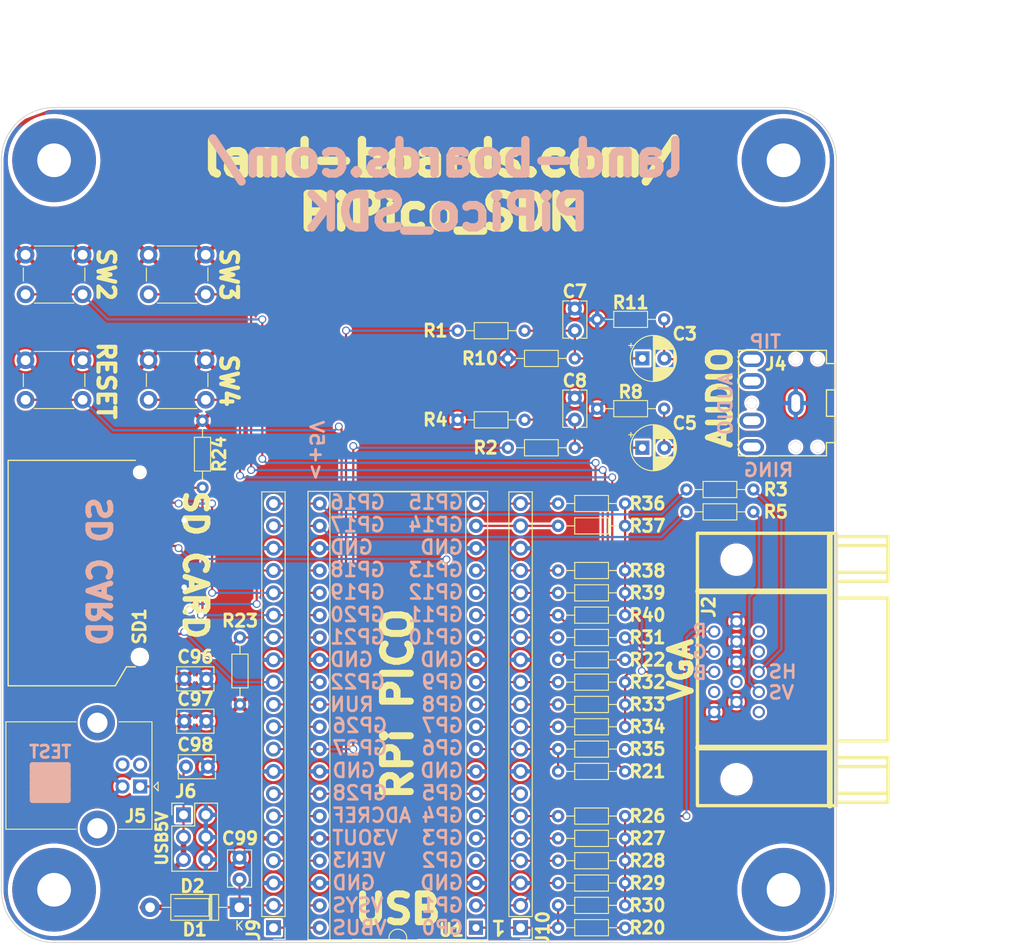
<source format=kicad_pcb>
(kicad_pcb (version 20211014) (generator pcbnew)
  (title_block (title "ESP32-VGA") (date "2020-02-19") (rev "2") (company "land-boards.com"))
  (layers (0 "F.Cu" signal) (31 "B.Cu" signal) (36 "B.SilkS" user "B.Silkscreen") (37 "F.SilkS" user "F.Silkscreen") (38 "B.Mask" user) (39 "F.Mask" user) (44 "Edge.Cuts" user))
  (net 0 "")
  (net 1 "GND")
  (net 2 "+3V3")
  (net 3 "/USB5V")
  (net 4 "Net-(R10-Pad1)")
  (net 5 "Net-(J4-PadT)")
  (net 6 "Net-(J2-Pad2)")
  (net 7 "Net-(J2-Pad3)")
  (net 8 "/GPIO28")
  (net 9 "/GPIO27")
  (net 10 "/GPIO26")
  (net 11 "/GPIO22")
  (net 12 "/GPIO21")
  (net 13 "/GPIO20")
  (net 14 "/GPIO19")
  (net 15 "/GPIO18")
  (net 16 "/GPIO17")
  (net 17 "/GPIO16")
  (net 18 "/GPIO0")
  (net 19 "/GPIO1")
  (net 20 "/GPIO2")
  (net 21 "/GPIO3")
  (net 22 "/GPIO4")
  (net 23 "/VGA_R")
  (net 24 "/GPIO5")
  (net 25 "/GPIO6")
  (net 26 "/GPIO7")
  (net 27 "/GPIO8")
  (net 28 "/GPIO9")
  (net 29 "/GPIO10")
  (net 30 "/GPIO11")
  (net 31 "/GPIO12")
  (net 32 "/GPIO13")
  (net 33 "/GPIO14")
  (net 34 "/GPIO15")
  (net 36 "Net-(SW2-Pad2)")
  (net 37 "Net-(SW3-Pad2)")
  (net 38 "Net-(R22-Pad2)")
  (net 39 "/VBUS")
  (net 40 "/VEN3")
  (net 41 "/ADCREF")
  (net 42 "/HS")
  (net 43 "/VS")
  (net 44 "/RUN")
  (net 45 "Net-(C5-Pad1)")
  (net 46 "Net-(C5-Pad2)")
  (net 51 "/VSYS")
  (footprint "LandBoards_MountHoles:MTG-6-32" (layer "F.Cu") (at 290 20)
    (fp_text reference "MTG1" hide)
    (fp_text value "MTG_HOLE" hide)
  )
  (footprint "LandBoards_MountHoles:MTG-6-32" (layer "F.Cu") (at 373 103)
    (fp_text reference "MTG2" hide)
    (fp_text value "MTG_HOLE" hide)
  )
  (footprint "LandBoards_MountHoles:MTG-6-32" (layer "F.Cu") (at 290 103)
    (fp_text reference "MTG4" hide)
    (fp_text value "MTG_HOLE" hide)
  )
  (footprint "LandBoards_MountHoles:MTG-6-32" (layer "F.Cu") (at 373 20)
    (fp_text reference "MTG3" hide)
    (fp_text value "MTG_HOLE" hide)
  )
  (footprint "LandBoards_Conns:DB_15F-VGA-fixed" (layer "F.Cu") (at 371.65425 77.93275 90)
    (fp_text reference "J2")
    (fp_text value "CONN, DB15HD, BLUE (VGA)" hide)
  )
  (footprint "LandBoards_Conns:SD_CARD" (layer "F.Cu") (at 299.7555 61.38 -90)
    (fp_text reference "SD1")
    (fp_text value "Conn, SD Card" hide)
  )
  (footprint "Resistor_THT:R_Axial_DIN0204_L3.6mm_D1.6mm_P7.62mm_Horizontal" (layer "F.Cu") (at 369.57 57.46 180)
    (fp_text reference "R3")
    (fp_text value "47" hide)
  )
  (footprint "Resistor_THT:R_Axial_DIN0204_L3.6mm_D1.6mm_P7.62mm_Horizontal" (layer "F.Cu") (at 369.57 60 180)
    (fp_text reference "R5")
    (fp_text value "47" hide)
  )
  (footprint "Resistor_THT:R_Axial_DIN0204_L3.6mm_D1.6mm_P7.62mm_Horizontal" (layer "F.Cu") (at 335.915 49.53)
    (fp_text reference "R4")
    (fp_text value "1K" hide)
  )
  (footprint "Resistor_THT:R_Axial_DIN0204_L3.6mm_D1.6mm_P7.62mm_Horizontal" (layer "F.Cu") (at 351.79 48.26)
    (fp_text reference "R8")
    (fp_text value "10K" hide)
  )
  (footprint "LandBoards_BoardOutlines:RasPiPico" (layer "F.Cu") (at 338 107.315 180)
    (fp_text reference "U1")
    (fp_text value "RPi-PICO" hide)
  )
  (footprint "Connector_USB:USB_B_Lumberg_2411_02_Horizontal" (layer "F.Cu") (at 299.7875 91.25 180)
    (fp_text reference "J5")
    (fp_text value "USB-B" hide)
  )
  (footprint "Capacitor_THT:C_Rect_L4.0mm_W2.5mm_P2.50mm" (layer "F.Cu") (at 349.25 49.51 90)
    (fp_text reference "C8")
    (fp_text value "0.1uF")
  )
  (footprint "Capacitor_THT:CP_Radial_D5.0mm_P2.50mm" (layer "F.Cu") (at 356.934888 52.705)
    (fp_text reference "C5")
    (fp_text value "47uF")
  )
  (footprint "Capacitor_THT:C_Rect_L4.0mm_W2.5mm_P2.50mm" (layer "F.Cu") (at 349.25 39.37 90)
    (fp_text reference "C7")
    (fp_text value "0.1uF")
  )
  (footprint "Resistor_THT:R_Axial_DIN0204_L3.6mm_D1.6mm_P7.62mm_Horizontal" (layer "F.Cu") (at 354.965 99.695 180)
    (fp_text reference "R28")
    (fp_text value "2K")
  )
  (footprint "Resistor_THT:R_Axial_DIN0204_L3.6mm_D1.6mm_P7.62mm_Horizontal" (layer "F.Cu") (at 359.41 38.1 180)
    (fp_text reference "R11")
    (fp_text value "10K")
  )
  (footprint "Resistor_THT:R_Axial_DIN0204_L3.6mm_D1.6mm_P7.62mm_Horizontal" (layer "F.Cu") (at 354.965 71.755 180)
    (fp_text reference "R40")
    (fp_text value "8.06K")
  )
  (footprint "Button_Switch_THT:SW_PUSH_6mm_H5mm" (layer "F.Cu") (at 300.75 42.75)
    (fp_text reference "SW4" hide)
    (fp_text value "SW_Push")
  )
  (footprint "Resistor_THT:R_Axial_DIN0204_L3.6mm_D1.6mm_P7.62mm_Horizontal" (layer "F.Cu") (at 354.965 61.595 180)
    (fp_text reference "R37")
    (fp_text value "1K")
  )
  (footprint "Resistor_THT:R_Axial_DIN0204_L3.6mm_D1.6mm_P7.62mm_Horizontal" (layer "F.Cu") (at 354.965 69.215 180)
    (fp_text reference "R39")
    (fp_text value "4.02K")
  )
  (footprint "Resistor_THT:R_Axial_DIN0204_L3.6mm_D1.6mm_P7.62mm_Horizontal" (layer "F.Cu") (at 354.965 79.375 180)
    (fp_text reference "R32")
    (fp_text value "1K")
  )
  (footprint "Button_Switch_THT:SW_PUSH_6mm_H5mm" (layer "F.Cu") (at 286.75 42.75)
    (fp_text reference "SW1" hide)
    (fp_text value "SW_Push")
  )
  (footprint "Diode_SMD:D_SOD-123" (layer "F.Cu") (at 305.365 105 180)
    (fp_text reference "D1")
    (fp_text value "MBR0520T1H")
  )
  (footprint "Resistor_THT:R_Axial_DIN0204_L3.6mm_D1.6mm_P7.62mm_Horizontal" (layer "F.Cu") (at 354.965 86.995 180)
    (fp_text reference "R35")
    (fp_text value "8.06K")
  )
  (footprint "Resistor_THT:R_Axial_DIN0204_L3.6mm_D1.6mm_P7.62mm_Horizontal" (layer "F.Cu") (at 354.965 81.915 180)
    (fp_text reference "R33")
    (fp_text value "2K")
  )
  (footprint "Capacitor_THT:C_Rect_L4.0mm_W2.5mm_P2.50mm" (layer "F.Cu") (at 311.0992 101.834 90)
    (fp_text reference "C99")
    (fp_text value "0.1uF")
  )
  (footprint "Resistor_THT:R_Axial_DIN0204_L3.6mm_D1.6mm_P7.62mm_Horizontal" (layer "F.Cu") (at 354.965 94.615 180)
    (fp_text reference "R26")
    (fp_text value "499")
  )
  (footprint "Diode_THT:D_DO-41_SOD81_P10.16mm_Horizontal" (layer "F.Cu") (at 311.08 105 180)
    (fp_text reference "D2")
    (fp_text value "1N5819")
  )
  (footprint "Resistor_THT:R_Axial_DIN0204_L3.6mm_D1.6mm_P7.62mm_Horizontal" (layer "F.Cu") (at 354.965 59.055 180)
    (fp_text reference "R36")
    (fp_text value "499")
  )
  (footprint "Capacitor_THT:C_Rect_L4.0mm_W2.5mm_P2.50mm" (layer "F.Cu") (at 304.82 83.82)
    (fp_text reference "C97")
    (fp_text value "0.1uF")
  )
  (footprint "Capacitor_THT:C_Rect_L4.0mm_W2.5mm_P2.50mm" (layer "F.Cu") (at 305 89)
    (fp_text reference "C98")
    (fp_text value "0.1uF")
  )
  (footprint "LandBoards_Conns:Jack_3.5mm_CUI_SJ1-3523N_Horizontal" (layer "F.Cu") (at 374.38 47.625 -90)
    (fp_text reference "J4")
    (fp_text value "AudioJack3" hide)
  )
  (footprint "Resistor_THT:R_Axial_DIN0204_L3.6mm_D1.6mm_P7.62mm_Horizontal" (layer "F.Cu") (at 347.345 76.835)
    (fp_text reference "R22")
    (fp_text value "1K")
  )
  (footprint "Resistor_THT:R_Axial_DIN0204_L3.6mm_D1.6mm_P7.62mm_Horizontal" (layer "F.Cu") (at 354.965 74.295 180)
    (fp_text reference "R31")
    (fp_text value "499")
  )
  (footprint "Resistor_THT:R_Axial_DIN0204_L3.6mm_D1.6mm_P7.62mm_Horizontal" (layer "F.Cu") (at 343.535 39.39 180)
    (fp_text reference "R1")
    (fp_text value "2.2K")
  )
  (footprint "Resistor_THT:R_Axial_DIN0204_L3.6mm_D1.6mm_P7.62mm_Horizontal" (layer "F.Cu") (at 354.965 104.775 180)
    (fp_text reference "R30")
    (fp_text value "8.06K")
  )
  (footprint "LandBoards_Marking:TEST_BLK-REAR" (layer "F.Cu") (at 289.56 90.805)
    (fp_text reference "TEST")
    (fp_text value "COUPON" hide)
  )
  (footprint "Resistor_THT:R_Axial_DIN0204_L3.6mm_D1.6mm_P7.62mm_Horizontal" (layer "F.Cu") (at 349.25 52.705 180)
    (fp_text reference "R2")
    (fp_text value "2.2K")
  )
  (footprint "Connector_PinHeader_2.54mm:PinHeader_1x20_P2.54mm_Vertical" (layer "F.Cu") (at 314.96 107.315 180)
    (fp_text reference "J9")
    (fp_text value "Socket, Female. 1x20")
  )
  (footprint "Resistor_THT:R_Axial_DIN0204_L3.6mm_D1.6mm_P7.62mm_Horizontal" (layer "F.Cu") (at 347.345 89.535)
    (fp_text reference "R21")
    (fp_text value "1K")
  )
  (footprint "Resistor_THT:R_Axial_DIN0204_L3.6mm_D1.6mm_P7.62mm_Horizontal" (layer "F.Cu") (at 354.965 84.455 180)
    (fp_text reference "R34")
    (fp_text value "4.02K")
  )
  (footprint "Resistor_THT:R_Axial_DIN0204_L3.6mm_D1.6mm_P7.62mm_Horizontal" (layer "F.Cu") (at 311.15 81.915 90)
    (fp_text reference "R23")
    (fp_text value "10K")
  )
  (footprint "Capacitor_THT:C_Rect_L4.0mm_W2.5mm_P2.50mm" (layer "F.Cu") (at 304.82 79)
    (fp_text reference "C96")
    (fp_text value "0.1uF")
  )
  (footprint "Resistor_THT:R_Axial_DIN0204_L3.6mm_D1.6mm_P7.62mm_Horizontal" (layer "F.Cu") (at 354.965 102.235 180)
    (fp_text reference "R29")
    (fp_text value "4.02K")
  )
  (footprint "Capacitor_THT:CP_Radial_D5.0mm_P2.50mm" (layer "F.Cu") (at 356.934888 42.545)
    (fp_text reference "C3")
    (fp_text value "47uF")
  )
  (footprint "Button_Switch_THT:SW_PUSH_6mm_H5mm" (layer "F.Cu") (at 300.75 30.75)
    (fp_text reference "SW3" hide)
    (fp_text value "SW_Push")
  )
  (footprint "Resistor_THT:R_Axial_DIN0204_L3.6mm_D1.6mm_P7.62mm_Horizontal" (layer "F.Cu") (at 306.8828 49.6316 -90)
    (fp_text reference "R24")
    (fp_text value "10K")
  )
  (footprint "Resistor_THT:R_Axial_DIN0204_L3.6mm_D1.6mm_P7.62mm_Horizontal" (layer "F.Cu") (at 354.965 66.675 180)
    (fp_text reference "R38")
    (fp_text value "2K")
  )
  (footprint "Connector_PinHeader_2.54mm:PinHeader_2x03_P2.54mm_Vertical" (layer "F.Cu") (at 304.725 94.475)
    (fp_text reference "J6")
    (fp_text value "Header, Vert, 2x3")
  )
  (footprint "Resistor_THT:R_Axial_DIN0204_L3.6mm_D1.6mm_P7.62mm_Horizontal" (layer "F.Cu") (at 347.345 107.315)
    (fp_text reference "R20")
    (fp_text value "1K")
  )
  (footprint "Resistor_THT:R_Axial_DIN0204_L3.6mm_D1.6mm_P7.62mm_Horizontal" (layer "F.Cu") (at 354.965 97.155 180)
    (fp_text reference "R27")
    (fp_text value "1K")
  )
  (footprint "Resistor_THT:R_Axial_DIN0204_L3.6mm_D1.6mm_P7.62mm_Horizontal" (layer "F.Cu") (at 349.25 42.545 180)
    (fp_text reference "R10")
    (fp_text value "1K")
  )
  (footprint "Connector_PinHeader_2.54mm:PinHeader_1x20_P2.54mm_Vertical" (layer "F.Cu") (at 343.075 107.315 180)
    (fp_text reference "J10")
    (fp_text value "Socket, Female. 1x20")
  )
  (footprint "Button_Switch_THT:SW_PUSH_6mm_H5mm" (layer "F.Cu") (at 286.75 30.75)
    (fp_text reference "SW2" hide)
    (fp_text value "SW_Push")
  )
  (gr_line (start 284 20) (end 284 103) (layer "Edge.Cuts") (width 0.1))
  (gr_line (start 379 103) (end 379 20) (layer "Edge.Cuts") (width 0.1))
  (gr_line (start 290 109) (end 373 109) (layer "Edge.Cuts") (width 0.1))
  (gr_line (start 373 14) (end 290 14) (layer "Edge.Cuts") (width 0.1))
  (gr_arc (start 379 103) (mid 377.242641 107.242641) (end 373 109) (layer "Edge.Cuts") (width 0.1))
  (gr_arc (start 284 20) (mid 285.757359 15.757359) (end 290 14) (layer "Edge.Cuts") (width 0.1))
  (gr_arc (start 373 14) (mid 377.242641 15.757359) (end 379 20) (layer "Edge.Cuts") (width 0.1))
  (gr_arc (start 290 109) (mid 285.757359 107.242641) (end 284 103) (layer "Edge.Cuts") (width 0.1))
  (gr_text "RING" (at 368.3 55.245) (layer "B.SilkS") (effects (font (size 1.4732 1.5875) (thickness 0.3048)) (justify right mirror)))
  (gr_text "AUDIO" (at 366.395 51.435 90) (layer "B.SilkS") (effects (font (size 1.4732 1.5875) (thickness 0.3048)) (justify right mirror)))
  (gr_text "GP7\nGP6\nGND\nGP5\nGP4\nGP3\nGP2\nGND\nGP1\nGP0" (at 336.725 95.815) (layer "B.SilkS") (effects (font (size 1.5875 1.5875) (thickness 0.3048)) (justify left mirror)))
  (gr_text "land-boards.com/\nPiPico_SDK" (at 334.645 22.86) (layer "B.SilkS") (effects (font (size 3.81 3.81) (thickness 0.9525)) (justify mirror)))
  (gr_text "GP16\nGP17\nGND\nGP18\nGP19\nGP20\nGP21\nGND\nGP22\nRUN\n" (at 321.231 70.415) (layer "B.SilkS") (effects (font (size 1.5875 1.5875) (thickness 0.3048)) (justify right mirror)))
  (gr_text "HS\nVS" (at 371.094 79.375) (layer "B.SilkS") (effects (font (size 1.4732 1.5875) (thickness 0.3048)) (justify right mirror)))
  (gr_text "<+5V" (at 319.858 49.444 270) (layer "B.SilkS") (effects (font (size 1.4732 1.5875) (thickness 0.3048)) (justify right mirror)))
  (gr_text "SD CARD" (at 295.275 75.565 90) (layer "B.SilkS") (effects (font (size 2.54 2.54) (thickness 0.635)) (justify right mirror)))
  (gr_text "R\nG\nB" (at 362.458 75.946) (layer "B.SilkS") (effects (font (size 1.4732 1.5875) (thickness 0.3048)) (justify right mirror)))
  (gr_text "TIP" (at 368.935 40.64) (layer "B.SilkS") (effects (font (size 1.4732 1.5875) (thickness 0.3048)) (justify right mirror)))
  (gr_text "GP26\nGP27\nGND\nGP28\nADCREF\nV3OUT\nVEN3\nGND\nVSYS\nVBUS" (at 321.485 95.815) (layer "B.SilkS") (effects (font (size 1.5875 1.5875) (thickness 0.3048)) (justify right mirror)))
  (gr_text "GP15\nGP14\nGND\nGP13\nGP12\nGP11\nGP10\nGND\nGP9\nGP8" (at 336.725 70.415) (layer "B.SilkS") (effects (font (size 1.5875 1.5875) (thickness 0.3048)) (justify left mirror)))
  (gr_text "AUDIO" (at 365.76 46.99 90) (layer "F.SilkS") (effects (font (size 2.54 2.54) (thickness 0.635))))
  (gr_text "SD CARD" (at 306.07 66.04 270) (layer "F.SilkS") (effects (font (size 2.54 2.54) (thickness 0.635))))
  (gr_text "VGA" (at 361.315 78 90) (layer "F.SilkS") (effects (font (size 2.54 2.54) (thickness 0.635))))
  (gr_text "SW3" (at 309.88 33.02 270) (layer "F.SilkS") (effects (font (size 1.905 1.905) (thickness 0.47625))))
  (gr_text "USB" (at 329.105 105.213) (layer "F.SilkS") (effects (font (size 3.175 3.175) (thickness 0.79375))))
  (gr_text "land-boards.com/\nPiPico_SDK" (at 334.01 22.86) (layer "F.SilkS") (effects (font (size 3.81 3.81) (thickness 0.9525))))
  (gr_text "USB5V" (at 302.26 97.155 90) (layer "F.SilkS") (effects (font (size 1.27 1.27) (thickness 0.3175))))
  (gr_text "RPi PICO" (at 329.105 81.845 90) (layer "F.SilkS") (effects (font (size 3.175 3.175) (thickness 0.79375))))
  (gr_text "RESET" (at 295.91 45.085 270) (layer "F.SilkS") (effects (font (size 1.905 1.905) (thickness 0.47625))))
  (gr_text "SW4" (at 309.88 45.085 270) (layer "F.SilkS") (effects (font (size 1.905 1.905) (thickness 0.47625))))
  (gr_text "SW2" (at 295.91 33 270) (layer "F.SilkS") (effects (font (size 1.905 1.905) (thickness 0.47625))))
  (segment (start 304.38 61.38) (end 304.8 60.96) (width 0.254) (layer "F.Cu") (net 1))
  (segment (start 304.5 68.88) (end 304.8 68.58) (width 0.254) (layer "F.Cu") (net 1))
  (segment (start 302.5555 61.38) (end 304.38 61.38) (width 0.254) (layer "F.Cu") (net 1))
  (segment (start 302.5555 68.88) (end 304.5 68.88) (width 0.254) (layer "F.Cu") (net 1))
  (via (at 304.8 68.58) (size 0.889) (drill 0.635) (layers "F.Cu" "B.Cu") (net 1))
  (via (at 304.8 60.96) (size 0.889) (drill 0.635) (layers "F.Cu" "B.Cu") (net 1))
  (segment (start 299.7875 91.25) (end 304.46 91.25) (width 0.254) (layer "F.Cu") (net 3))
  (segment (start 303.715 105) (end 300.031 105) (width 0.635) (layer "F.Cu") (net 3))
  (segment (start 303.715 105) (end 303.715 100.565) (width 0.635) (layer "F.Cu") (net 3))
  (segment (start 304.725 91.515) (end 304.725 89.275) (width 0.254) (layer "F.Cu") (net 3))
  (segment (start 304.725 94.475) (end 304.725 97.015) (width 0.254) (layer "F.Cu") (net 3))
  (segment (start 303.715 100.565) (end 304.725 99.555) (width 0.635) (layer "F.Cu") (net 3))
  (segment (start 304.725 89.275) (end 305 89) (width 0.254) (layer "F.Cu") (net 3))
  (segment (start 304.725 94.475) (end 304.725 91.515) (width 0.254) (layer "F.Cu") (net 3))
  (segment (start 304.725 99.555) (end 304.725 97.015) (width 0.635) (layer "F.Cu") (net 3))
  (segment (start 304.46 91.25) (end 304.725 91.515) (width 0.254) (layer "F.Cu") (net 3))
  (segment (start 356.934888 42.545) (end 349.25 42.545) (width 0.254) (layer "F.Cu") (net 4))
  (segment (start 349.23 39.39) (end 349.25 39.37) (width 0.254) (layer "F.Cu") (net 4))
  (segment (start 343.535 39.39) (end 349.23 39.39) (width 0.254) (layer "F.Cu") (net 4))
  (segment (start 349.25 42.565) (end 349.25 39.37) (width 0.254) (layer "F.Cu") (net 4))
  (segment (start 359.514888 42.625) (end 359.434888 42.545) (width 0.254) (layer "F.Cu") (net 5))
  (segment (start 369.38 42.625) (end 359.514888 42.625) (width 0.254) (layer "F.Cu") (net 5))
  (segment (start 359.41 42.520112) (end 359.434888 42.545) (width 0.254) (layer "F.Cu") (net 5))
  (segment (start 359.41 38.1) (end 359.41 42.520112) (width 0.254) (layer "F.Cu") (net 5))
  (segment (start 356.045511 77.659489) (end 354.965 78.74) (width 0.254) (layer "F.Cu") (net 6))
  (segment (start 354.965 78.74) (end 354.965 79.375) (width 0.254) (layer "F.Cu") (net 6))
  (segment (start 354.965 84.455) (end 354.965 81.915) (width 0.254) (layer "F.Cu") (net 6))
  (segment (start 354.965 74.295) (end 356.58345 75.91345) (width 0.254) (layer "F.Cu") (net 6))
  (segment (start 365.10359 75.91345) (end 356.58345 75.91345) (width 0.254) (layer "F.Cu") (net 6))
  (segment (start 356.045511 75.375511) (end 356.045511 77.659489) (width 0.254) (layer "F.Cu") (net 6))
  (segment (start 354.965 79.375) (end 354.965 81.915) (width 0.254) (layer "F.Cu") (net 6))
  (segment (start 354.965 66.675) (end 354.965 69.215) (width 0.254) (layer "F.Cu") (net 7))
  (segment (start 354.965 69.215) (end 354.965 71.755) (width 0.254) (layer "F.Cu") (net 7))
  (segment (start 356.96445 78.19945) (end 356.87 78.105) (width 0.254) (layer "F.Cu") (net 7))
  (segment (start 354.965 59.055) (end 354.965 61.595) (width 0.254) (layer "F.Cu") (net 7))
  (segment (start 365.10359 78.19945) (end 356.96445 78.19945) (width 0.254) (layer "F.Cu") (net 7))
  (segment (start 354.965 61.595) (end 354.965 66.675) (width 0.254) (layer "F.Cu") (net 7))
  (via (at 356.87 78.105) (size 0.889) (drill 0.635) (layers "F.Cu" "B.Cu") (net 7))
  (segment (start 356.235 71.755) (end 354.965 71.755) (width 0.254) (layer "B.Cu") (net 7))
  (segment (start 356.87 72.39) (end 356.235 71.755) (width 0.254) (layer "B.Cu") (net 7))
  (segment (start 356.87 78.105) (end 356.87 72.39) (width 0.254) (layer "B.Cu") (net 7))
  (segment (start 323.215 90.805) (end 323.215 39.37) (width 0.254) (layer "F.Cu") (net 8))
  (segment (start 320.22 92.075) (end 321.945 92.075) (width 0.254) (layer "F.Cu") (net 8))
  (segment (start 321.945 92.075) (end 323.215 90.805) (width 0.254) (layer "F.Cu") (net 8))
  (segment (start 314.96 92.075) (end 320.22 92.075) (width 0.254) (layer "F.Cu") (net 8))
  (via (at 323.215 39.37) (size 0.889) (drill 0.635) (layers "F.Cu" "B.Cu") (net 8))
  (segment (start 323.235 39.39) (end 335.915 39.39) (width 0.254) (layer "B.Cu") (net 8))
  (segment (start 323.215 39.37) (end 323.235 39.39) (width 0.254) (layer "B.Cu") (net 8))
  (segment (start 314.96 86.995) (end 320.22 86.995) (width 0.254) (layer "F.Cu") (net 9))
  (segment (start 324.04 86.995) (end 324.04 52.515) (width 0.254) (layer "F.Cu") (net 9))
  (via (at 324.04 86.995) (size 0.889) (drill 0.635) (layers "F.Cu" "B.Cu") (net 9))
  (via (at 324.04 52.515) (size 0.889) (drill 0.635) (layers "F.Cu" "B.Cu") (net 9))
  (segment (start 324.23 52.705) (end 324.04 52.515) (width 0.254) (layer "B.Cu") (net 9))
  (segment (start 341.63 52.705) (end 324.23 52.705) (width 0.254) (layer "B.Cu") (net 9))
  (segment (start 320.22 86.995) (end 324.04 86.995) (width 0.254) (layer "B.Cu") (net 9))
  (segment (start 314.96 84.455) (end 320.22 84.455) (width 0.254) (layer "F.Cu") (net 10))
  (segment (start 302.5555 73.88) (end 304.58 73.88) (width 0.254) (layer "F.Cu") (net 11))
  (segment (start 314.96 79.375) (end 320.22 79.375) (width 0.254) (layer "F.Cu") (net 11))
  (segment (start 304.58 73.88) (end 304.8 73.66) (width 0.254) (layer "F.Cu") (net 11))
  (via (at 304.8 73.66) (size 0.889) (drill 0.635) (layers "F.Cu" "B.Cu") (net 11))
  (segment (start 310.515 79.375) (end 314.96 79.375) (width 0.254) (layer "B.Cu") (net 11))
  (segment (start 304.8 73.66) (end 310.515 79.375) (width 0.254) (layer "B.Cu") (net 11))
  (segment (start 309.065 76.38) (end 311.15 74.295) (width 0.254) (layer "F.Cu") (net 12))
  (segment (start 314.96 74.295) (end 311.15 74.295) (width 0.254) (layer "F.Cu") (net 12))
  (segment (start 314.96 74.295) (end 320.22 74.295) (width 0.254) (layer "F.Cu") (net 12))
  (segment (start 302.5555 76.38) (end 309.065 76.38) (width 0.254) (layer "F.Cu") (net 12))
  (segment (start 306.8744 57.26) (end 306.8828 57.2516) (width 0.254) (layer "F.Cu") (net 13))
  (segment (start 314.96 71.755) (end 320.22 71.755) (width 0.254) (layer "F.Cu") (net 13))
  (segment (start 306.8828 71.5772) (end 306.8828 57.2516) (width 0.254) (layer "F.Cu") (net 13))
  (segment (start 302.5555 57.26) (end 306.8744 57.26) (width 0.254) (layer "F.Cu") (net 13))
  (segment (start 306.705 71.755) (end 306.8828 71.5772) (width 0.254) (layer "F.Cu") (net 13))
  (via (at 306.705 71.755) (size 0.889) (drill 0.635) (layers "F.Cu" "B.Cu") (net 13))
  (segment (start 314.96 71.755) (end 306.705 71.755) (width 0.254) (layer "B.Cu") (net 13))
  (segment (start 307.975 69.215) (end 307.975 59.055) (width 0.254) (layer "F.Cu") (net 14))
  (segment (start 304.07 58.96) (end 304.165 59.055) (width 0.254) (layer "F.Cu") (net 14))
  (segment (start 302.5555 58.96) (end 304.07 58.96) (width 0.254) (layer "F.Cu") (net 14))
  (segment (start 314.96 69.215) (end 320.22 69.215) (width 0.254) (layer "F.Cu") (net 14))
  (via (at 307.975 69.215) (size 0.889) (drill 0.635) (layers "F.Cu" "B.Cu") (net 14))
  (via (at 307.975 59.055) (size 0.889) (drill 0.635) (layers "F.Cu" "B.Cu") (net 14))
  (via (at 304.165 59.055) (size 0.889) (drill 0.635) (layers "F.Cu" "B.Cu") (net 14))
  (segment (start 314.96 69.215) (end 307.975 69.215) (width 0.254) (layer "B.Cu") (net 14))
  (segment (start 307.975 59.055) (end 304.165 59.055) (width 0.254) (layer "B.Cu") (net 14))
  (segment (start 314.96 66.675) (end 320.22 66.675) (width 0.254) (layer "F.Cu") (net 15))
  (segment (start 305.175 71.38) (end 305.435 71.12) (width 0.254) (layer "F.Cu") (net 15))
  (segment (start 302.5555 71.38) (end 305.175 71.38) (width 0.254) (layer "F.Cu") (net 15))
  (segment (start 314.96 66.675) (end 313.69 66.675) (width 0.254) (layer "F.Cu") (net 15))
  (segment (start 313.69 66.675) (end 313.055 67.31) (width 0.254) (layer "F.Cu") (net 15))
  (segment (start 313.055 67.31) (end 313.055 70.485) (width 0.254) (layer "F.Cu") (net 15))
  (via (at 305.435 71.12) (size 0.889) (drill 0.635) (layers "F.Cu" "B.Cu") (net 15))
  (via (at 313.055 70.485) (size 0.889) (drill 0.635) (layers "F.Cu" "B.Cu") (net 15))
  (segment (start 305.435 71.12) (end 306.07 70.485) (width 0.254) (layer "B.Cu") (net 15))
  (segment (start 306.07 70.485) (end 313.055 70.485) (width 0.254) (layer "B.Cu") (net 15))
  (segment (start 314.96 61.595) (end 320.22 61.595) (width 0.254) (layer "F.Cu") (net 16))
  (segment (start 320.22 61.595) (end 321.49 62.865) (width 0.254) (layer "B.Cu") (net 16))
  (segment (start 321.49 62.865) (end 359.085 62.865) (width 0.254) (layer "B.Cu") (net 16))
  (segment (start 359.085 62.865) (end 361.95 60) (width 0.254) (layer "B.Cu") (net 16))
  (segment (start 314.96 59.055) (end 320.22 59.055) (width 0.254) (layer "F.Cu") (net 17))
  (segment (start 320.22 59.055) (end 321.450511 60.285511) (width 0.254) (layer "B.Cu") (net 17))
  (segment (start 359.124489 60.285511) (end 361.95 57.46) (width 0.254) (layer "B.Cu") (net 17))
  (segment (start 321.450511 60.285511) (end 359.124489 60.285511) (width 0.254) (layer "B.Cu") (net 17))
  (segment (start 343.075 107.315) (end 347.345 107.315) (width 0.254) (layer "F.Cu") (net 18))
  (segment (start 347.345 107.315) (end 347.345 104.775) (width 0.254) (layer "F.Cu") (net 18))
  (segment (start 338 107.315) (end 343.075 107.315) (width 0.254) (layer "F.Cu") (net 18))
  (segment (start 343.075 104.775) (end 345.615 102.235) (width 0.254) (layer "F.Cu") (net 19))
  (segment (start 338 104.775) (end 343.075 104.775) (width 0.254) (layer "F.Cu") (net 19))
  (segment (start 345.615 102.235) (end 347.345 102.235) (width 0.254) (layer "F.Cu") (net 19))
  (segment (start 343.075 99.695) (end 347.345 99.695) (width 0.254) (layer "F.Cu") (net 20))
  (segment (start 338 99.695) (end 343.075 99.695) (width 0.254) (layer "F.Cu") (net 20))
  (segment (start 343.075 97.155) (end 347.345 97.155) (width 0.254) (layer "F.Cu") (net 21))
  (segment (start 338 97.155) (end 343.075 97.155) (width 0.254) (layer "F.Cu") (net 21))
  (segment (start 343.075 94.615) (end 347.345 94.615) (width 0.254) (layer "F.Cu") (net 22))
  (segment (start 338 94.615) (end 343.075 94.615) (width 0.254) (layer "F.Cu") (net 22))
  (segment (start 354.965 104.775) (end 354.965 102.235) (width 0.254) (layer "F.Cu") (net 23))
  (segment (start 354.965 102.235) (end 354.965 99.695) (width 0.254) (layer "F.Cu") (net 23))
  (segment (start 354.965 94.615) (end 354.965 97.155) (width 0.254) (layer "F.Cu") (net 23))
  (segment (start 354.965 94.615) (end 361.95 94.615) (width 0.254) (layer "F.Cu") (net 23))
  (segment (start 354.965 99.695) (end 354.965 97.155) (width 0.254) (layer "F.Cu") (net 23))
  (via (at 361.95 94.615) (size 0.889) (drill 0.635) (layers "F.Cu" "B.Cu") (net 23))
  (segment (start 362.62263 73.62237) (end 365.10359 73.62237) (width 0.254) (layer "B.Cu") (net 23))
  (segment (start 361.95 74.295) (end 362.62263 73.62237) (width 0.254) (layer "B.Cu") (net 23))
  (segment (start 361.95 94.615) (end 361.95 74.295) (width 0.254) (layer "B.Cu") (net 23))
  (segment (start 303.91 63.88) (end 304.165 64.135) (width 0.254) (layer "F.Cu") (net 24))
  (segment (start 338 92.075) (end 343.075 92.075) (width 0.254) (layer "F.Cu") (net 24))
  (segment (start 334.645 65.405) (end 334.645 90.805) (width 0.254) (layer "F.Cu") (net 24))
  (segment (start 302.5555 63.88) (end 303.91 63.88) (width 0.254) (layer "F.Cu") (net 24))
  (segment (start 335.915 92.075) (end 338 92.075) (width 0.254) (layer "F.Cu") (net 24))
  (segment (start 334.645 90.805) (end 335.915 92.075) (width 0.254) (layer "F.Cu") (net 24))
  (via (at 334.645 65.405) (size 0.889) (drill 0.635) (layers "F.Cu" "B.Cu") (net 24))
  (via (at 304.165 64.135) (size 0.889) (drill 0.635) (layers "F.Cu" "B.Cu") (net 24))
  (segment (start 305.395511 65.365511) (end 334.605511 65.365511) (width 0.254) (layer "B.Cu") (net 24))
  (segment (start 334.605511 65.365511) (end 334.645 65.405) (width 0.254) (layer "B.Cu") (net 24))
  (segment (start 304.165 64.135) (end 305.395511 65.365511) (width 0.254) (layer "B.Cu") (net 24))
  (segment (start 343.075 86.995) (end 347.345 86.995) (width 0.254) (layer "F.Cu") (net 25))
  (segment (start 347.345 86.995) (end 347.345 89.535) (width 0.254) (layer "F.Cu") (net 25))
  (segment (start 338 86.995) (end 343.075 86.995) (width 0.254) (layer "F.Cu") (net 25))
  (segment (start 338 84.455) (end 343.075 84.455) (width 0.254) (layer "F.Cu") (net 26))
  (segment (start 343.075 84.455) (end 347.345 84.455) (width 0.254) (layer "F.Cu") (net 26))
  (segment (start 343.075 81.915) (end 347.345 81.915) (width 0.254) (layer "F.Cu") (net 27))
  (segment (start 338 81.915) (end 343.075 81.915) (width 0.254) (layer "F.Cu") (net 27))
  (segment (start 338 79.375) (end 343.075 79.375) (width 0.254) (layer "F.Cu") (net 28))
  (segment (start 343.075 79.375) (end 347.345 79.375) (width 0.254) (layer "F.Cu") (net 28))
  (segment (start 338 74.295) (end 343.075 74.295) (width 0.254) (layer "F.Cu") (net 29))
  (segment (start 343.075 74.295) (end 347.345 74.295) (width 0.254) (layer "F.Cu") (net 29))
  (segment (start 338 71.755) (end 343.075 71.755) (width 0.254) (layer "F.Cu") (net 30))
  (segment (start 347.345 71.755) (end 348.425511 72.835511) (width 0.254) (layer "F.Cu") (net 30))
  (segment (start 348.425511 75.754489) (end 347.345 76.835) (width 0.254) (layer "F.Cu") (net 30))
  (segment (start 343.075 71.755) (end 347.345 71.755) (width 0.254) (layer "F.Cu") (net 30))
  (segment (start 348.425511 72.835511) (end 348.425511 75.754489) (width 0.254) (layer "F.Cu") (net 30))
  (segment (start 338 69.215) (end 343.075 69.215) (width 0.254) (layer "F.Cu") (net 31))
  (segment (start 343.075 69.215) (end 347.345 69.215) (width 0.254) (layer "F.Cu") (net 31))
  (segment (start 338 66.675) (end 343.075 66.675) (width 0.254) (layer "F.Cu") (net 32))
  (segment (start 343.075 66.675) (end 347.345 66.675) (width 0.254) (layer "F.Cu") (net 32))
  (segment (start 338 61.595) (end 343.075 61.595) (width 0.254) (layer "F.Cu") (net 33))
  (segment (start 343.075 61.595) (end 347.345 61.595) (width 0.254) (layer "F.Cu") (net 33))
  (segment (start 338 59.055) (end 343.075 59.055) (width 0.254) (layer "F.Cu") (net 34))
  (segment (start 343.075 59.055) (end 347.345 59.055) (width 0.254) (layer "F.Cu") (net 34))
  (segment (start 352.425 57.294751) (end 351.599989 56.46974) (width 0.254) (layer "F.Cu") (net 36))
  (segment (start 313.69 53.975) (end 313.69 38.1) (width 0.254) (layer "F.Cu") (net 36))
  (segment (start 352.425 106.68) (end 352.425 57.294751) (width 0.254) (layer "F.Cu") (net 36))
  (segment (start 354.965 107.315) (end 353.06 107.315) (width 0.254) (layer "F.Cu") (net 36))
  (segment (start 351.599989 54.436815) (end 351.616804 54.42) (width 0.254) (layer "F.Cu") (net 36))
  (segment (start 353.06 107.315) (end 352.425 106.68) (width 0.254) (layer "F.Cu") (net 36))
  (segment (start 286.75 35.25) (end 293.25 35.25) (width 0.254) (layer "F.Cu") (net 36))
  (segment (start 351.599989 56.46974) (end 351.599989 54.436815) (width 0.254) (layer "F.Cu") (net 36))
  (via (at 313.69 38.1) (size 0.889) (drill 0.635) (layers "F.Cu" "B.Cu") (net 36))
  (via (at 313.69 53.975) (size 0.889) (drill 0.635) (layers "F.Cu" "B.Cu") (net 36))
  (via (at 351.616804 54.42) (size 0.889) (drill 0.635) (layers "F.Cu" "B.Cu") (net 36))
  (segment (start 351.616804 54.42) (end 314.135 54.42) (width 0.254) (layer "B.Cu") (net 36))
  (segment (start 293.25 35.25) (end 296.1 38.1) (width 0.254) (layer "B.Cu") (net 36))
  (segment (start 314.135 54.42) (end 313.69 53.975) (width 0.254) (layer "B.Cu") (net 36))
  (segment (start 296.1 38.1) (end 313.69 38.1) (width 0.254) (layer "B.Cu") (net 36))
  (segment (start 352.6805 56.832509) (end 352.6805 55.5005) (width 0.254) (layer "F.Cu") (net 37))
  (segment (start 352.6805 55.5005) (end 352.425 55.245) (width 0.254) (layer "F.Cu") (net 37))
  (segment (start 300.75 35.25) (end 307.25 35.25) (width 0.254) (layer "F.Cu") (net 37))
  (segment (start 354.965 89.535) (end 352.997991 87.567991) (width 0.254) (layer "F.Cu") (net 37))
  (segment (start 352.997991 57.15) (end 352.6805 56.832509) (width 0.254) (layer "F.Cu") (net 37))
  (segment (start 312.42 55.244489) (end 312.42 37.465) (width 0.254) (layer "F.Cu") (net 37))
  (segment (start 352.997991 87.567991) (end 352.997991 57.15) (width 0.254) (layer "F.Cu") (net 37))
  (segment (start 310.205 35.25) (end 307.25 35.25) (width 0.254) (layer "F.Cu") (net 37))
  (segment (start 312.42 37.465) (end 310.205 35.25) (width 0.254) (layer "F.Cu") (net 37))
  (segment (start 352.425 55.245) (end 352.425 55.244489) (width 0.254) (layer "F.Cu") (net 37))
  (via (at 312.42 55.244489) (size 0.889) (drill 0.635) (layers "F.Cu" "B.Cu") (net 37))
  (via (at 352.425 55.244489) (size 0.889) (drill 0.635) (layers "F.Cu" "B.Cu") (net 37))
  (segment (start 352.424489 55.245) (end 312.42 55.245) (width 0.254) (layer "B.Cu") (net 37))
  (segment (start 312.42 55.245) (end 312.42 55.244489) (width 0.254) (layer "B.Cu") (net 37))
  (segment (start 352.425 55.244489) (end 352.424489 55.245) (width 0.254) (layer "B.Cu") (net 37))
  (segment (start 353.505511 76.645511) (end 353.695 76.835) (width 0.254) (layer "F.Cu") (net 38))
  (segment (start 311.15 55.88) (end 311.15 47.625) (width 0.254) (layer "F.Cu") (net 38))
  (segment (start 311.15 47.625) (end 310.775 47.25) (width 0.254) (layer "F.Cu") (net 38))
  (segment (start 300.75 47.25) (end 307.25 47.25) (width 0.254) (layer "F.Cu") (net 38))
  (segment (start 353.695 76.835) (end 354.965 76.835) (width 0.254) (layer "F.Cu") (net 38))
  (segment (start 353.505511 56.069489) (end 353.505511 76.645511) (width 0.254) (layer "F.Cu") (net 38))
  (segment (start 310.775 47.25) (end 307.25 47.25) (width 0.254) (layer "F.Cu") (net 38))
  (via (at 311.15 55.88) (size 0.889) (drill 0.635) (layers "F.Cu" "B.Cu") (net 38))
  (via (at 353.505511 56.069489) (size 0.889) (drill 0.635) (layers "F.Cu" "B.Cu") (net 38))
  (segment (start 353.505511 56.069489) (end 311.339489 56.069489) (width 0.254) (layer "B.Cu") (net 38))
  (segment (start 311.339489 56.069489) (end 311.15 55.88) (width 0.254) (layer "B.Cu") (net 38))
  (segment (start 314.96 107.315) (end 320.22 107.315) (width 0.254) (layer "F.Cu") (net 39))
  (segment (start 314.96 99.695) (end 320.22 99.695) (width 0.254) (layer "F.Cu") (net 40))
  (segment (start 314.96 94.615) (end 320.22 94.615) (width 0.254) (layer "F.Cu") (net 41))
  (segment (start 372.745 75.63804) (end 370.18105 78.20199) (width 0.254) (layer "B.Cu") (net 42))
  (segment (start 369.57 57.46) (end 372.745 60.635) (width 0.254) (layer "B.Cu") (net 42))
  (segment (start 372.745 60.635) (end 372.745 75.63804) (width 0.254) (layer "B.Cu") (net 42))
  (segment (start 370.18359 80.49307) (end 369.102039 79.411519) (width 0.254) (layer "B.Cu") (net 43))
  (segment (start 370.205 68.58) (end 370.205 60.635) (width 0.254) (layer "B.Cu") (net 43))
  (segment (start 370.205 60.635) (end 369.57 60) (width 0.254) (layer "B.Cu") (net 43))
  (segment (start 369.102039 79.411519) (end 369.102039 69.682961) (width 0.254) (layer "B.Cu") (net 43))
  (segment (start 369.102039 69.682961) (end 370.205 68.58) (width 0.254) (layer "B.Cu") (net 43))
  (segment (start 321.945 81.915) (end 322.70748 81.15252) (width 0.254) (layer "F.Cu") (net 44))
  (segment (start 314.96 81.915) (end 320.22 81.915) (width 0.254) (layer "F.Cu") (net 44))
  (segment (start 320.22 81.915) (end 321.945 81.915) (width 0.254) (layer "F.Cu") (net 44))
  (segment (start 286.75 47.25) (end 293.25 47.25) (width 0.254) (layer "F.Cu") (net 44))
  (segment (start 322.70748 50.60996) (end 322.39 50.29248) (width 0.254) (layer "F.Cu") (net 44))
  (segment (start 322.70748 81.15252) (end 322.70748 50.60996) (width 0.254) (layer "F.Cu") (net 44))
  (via (at 322.39 50.29248) (size 0.889) (drill 0.635) (layers "F.Cu" "B.Cu") (net 44))
  (segment (start 293.25 47.25) (end 296.712111 50.712111) (width 0.254) (layer "B.Cu") (net 44))
  (segment (start 321.970369 50.712111) (end 322.39 50.29248) (width 0.254) (layer "B.Cu") (net 44))
  (segment (start 296.712111 50.712111) (end 321.970369 50.712111) (width 0.254) (layer "B.Cu") (net 44))
  (segment (start 349.25 49.51) (end 343.555 49.51) (width 0.254) (layer "F.Cu") (net 45))
  (segment (start 356.934888 52.705) (end 349.25 52.705) (width 0.254) (layer "F.Cu") (net 45))
  (segment (start 343.555 49.51) (end 343.535 49.53) (width 0.254) (layer "F.Cu") (net 45))
  (segment (start 349.25 49.51) (end 349.25 52.705) (width 0.254) (layer "F.Cu") (net 45))
  (segment (start 359.41 52.680112) (end 359.434888 52.705) (width 0.254) (layer "F.Cu") (net 46))
  (segment (start 359.41 48.26) (end 359.41 52.680112) (width 0.254) (layer "F.Cu") (net 46))
  (segment (start 359.514888 52.625) (end 359.434888 52.705) (width 0.254) (layer "F.Cu") (net 46))
  (segment (start 369.38 52.625) (end 359.514888 52.625) (width 0.254) (layer "F.Cu") (net 46))
  (segment (start 307.015 105) (end 311.08 105) (width 0.254) (layer "F.Cu") (net 51))
  (segment (start 311.0992 101.834) (end 311.0992 104.9808) (width 0.254) (layer "F.Cu") (net 51))
  (segment (start 311.08 105) (end 311.305 104.775) (width 0.254) (layer "F.Cu") (net 51))
  (segment (start 314.96 104.775) (end 311.305 104.775) (width 0.254) (layer "F.Cu") (net 51))
  (segment (start 314.96 104.775) (end 320.22 104.775) (width 0.254) (layer "F.Cu") (net 51))
  (zone (net 2) (net_name "+3V3") (layer "F.Cu") (connect_pads (clearance 0.254)) (min_thickness 0.254) (fill yes (thermal_gap 0.508) (thermal_bridge_width 0.508))
    (polygon (pts (xy 377.825 15.875) (xy 379.095 19.685) (xy 379.095 102.87) (xy 377.19 107.315) (xy 373.38 109.22) (xy 290.195 109.22) (xy 285.115 106.68) (xy 283.845 102.235) (xy 283.845 21.59) (xy 285.115 15.875) (xy 290.195 13.97) (xy 373.38 13.97)))
  )
  (zone (net 1) (net_name "GND") (layer "B.Cu") (connect_pads (clearance 0.254)) (min_thickness 0.254) (fill yes (thermal_gap 0.508) (thermal_bridge_width 0.508))
    (polygon (pts (xy 377.825 15.875) (xy 379.095 19.685) (xy 379.095 102.87) (xy 377.825 107.315) (xy 372.745 109.22) (xy 290.195 109.22) (xy 285.115 107.158852) (xy 283.845 101.6) (xy 283.845 20.32) (xy 285.115 16.51) (xy 290.195 13.97) (xy 373.38 13.97)))
  )
)
</source>
